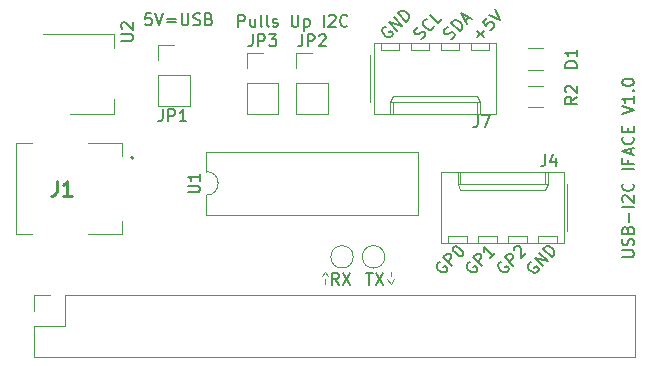
<source format=gbr>
G04 #@! TF.GenerationSoftware,KiCad,Pcbnew,5.1.2-f72e74a~84~ubuntu18.04.1*
G04 #@! TF.CreationDate,2021-05-31T02:13:38+02:00*
G04 #@! TF.ProjectId,USB_I2C_Iface,5553425f-4932-4435-9f49-666163652e6b,rev?*
G04 #@! TF.SameCoordinates,Original*
G04 #@! TF.FileFunction,Legend,Top*
G04 #@! TF.FilePolarity,Positive*
%FSLAX46Y46*%
G04 Gerber Fmt 4.6, Leading zero omitted, Abs format (unit mm)*
G04 Created by KiCad (PCBNEW 5.1.2-f72e74a~84~ubuntu18.04.1) date 2021-05-31 02:13:38*
%MOMM*%
%LPD*%
G04 APERTURE LIST*
%ADD10C,0.125000*%
%ADD11C,0.150000*%
%ADD12C,0.200000*%
%ADD13C,0.100000*%
%ADD14C,0.120000*%
%ADD15C,0.254000*%
G04 APERTURE END LIST*
D10*
X72080428Y-56761000D02*
X72080428Y-56380047D01*
X71794714Y-56141952D02*
X72080428Y-55761000D01*
X72366142Y-56141952D01*
X77652571Y-55761000D02*
X77652571Y-56141952D01*
X77938285Y-56380047D02*
X77652571Y-56761000D01*
X77366857Y-56380047D01*
D11*
X75565095Y-55840380D02*
X76136523Y-55840380D01*
X75850809Y-56840380D02*
X75850809Y-55840380D01*
X76374619Y-55840380D02*
X77041285Y-56840380D01*
X77041285Y-55840380D02*
X76374619Y-56840380D01*
X73239333Y-56840380D02*
X72906000Y-56364190D01*
X72667904Y-56840380D02*
X72667904Y-55840380D01*
X73048857Y-55840380D01*
X73144095Y-55888000D01*
X73191714Y-55935619D01*
X73239333Y-56030857D01*
X73239333Y-56173714D01*
X73191714Y-56268952D01*
X73144095Y-56316571D01*
X73048857Y-56364190D01*
X72667904Y-56364190D01*
X73572666Y-55840380D02*
X74239333Y-56840380D01*
X74239333Y-55840380D02*
X73572666Y-56840380D01*
X87025370Y-54888522D02*
X86924355Y-54922194D01*
X86823339Y-55023209D01*
X86755996Y-55157896D01*
X86755996Y-55292583D01*
X86789668Y-55393599D01*
X86890683Y-55561957D01*
X86991698Y-55662973D01*
X87160057Y-55763988D01*
X87261072Y-55797660D01*
X87395759Y-55797660D01*
X87530446Y-55730316D01*
X87597790Y-55662973D01*
X87665133Y-55528286D01*
X87665133Y-55460942D01*
X87429431Y-55225240D01*
X87294744Y-55359927D01*
X88035522Y-55225240D02*
X87328416Y-54518133D01*
X87597790Y-54248759D01*
X87698805Y-54215087D01*
X87766148Y-54215087D01*
X87867164Y-54248759D01*
X87968179Y-54349774D01*
X88001851Y-54450790D01*
X88001851Y-54518133D01*
X87968179Y-54619148D01*
X87698805Y-54888522D01*
X88069194Y-53912042D02*
X88069194Y-53844698D01*
X88102866Y-53743683D01*
X88271225Y-53575324D01*
X88372240Y-53541652D01*
X88439583Y-53541652D01*
X88540599Y-53575324D01*
X88607942Y-53642668D01*
X88675286Y-53777355D01*
X88675286Y-54585477D01*
X89113018Y-54147744D01*
X84358370Y-54888522D02*
X84257355Y-54922194D01*
X84156339Y-55023209D01*
X84088996Y-55157896D01*
X84088996Y-55292583D01*
X84122668Y-55393599D01*
X84223683Y-55561957D01*
X84324698Y-55662973D01*
X84493057Y-55763988D01*
X84594072Y-55797660D01*
X84728759Y-55797660D01*
X84863446Y-55730316D01*
X84930790Y-55662973D01*
X84998133Y-55528286D01*
X84998133Y-55460942D01*
X84762431Y-55225240D01*
X84627744Y-55359927D01*
X85368522Y-55225240D02*
X84661416Y-54518133D01*
X84930790Y-54248759D01*
X85031805Y-54215087D01*
X85099148Y-54215087D01*
X85200164Y-54248759D01*
X85301179Y-54349774D01*
X85334851Y-54450790D01*
X85334851Y-54518133D01*
X85301179Y-54619148D01*
X85031805Y-54888522D01*
X86446018Y-54147744D02*
X86041957Y-54551805D01*
X86243988Y-54349774D02*
X85536881Y-53642668D01*
X85570553Y-53811026D01*
X85570553Y-53945713D01*
X85536881Y-54046729D01*
X81818370Y-54888522D02*
X81717355Y-54922194D01*
X81616339Y-55023209D01*
X81548996Y-55157896D01*
X81548996Y-55292583D01*
X81582668Y-55393599D01*
X81683683Y-55561957D01*
X81784698Y-55662973D01*
X81953057Y-55763988D01*
X82054072Y-55797660D01*
X82188759Y-55797660D01*
X82323446Y-55730316D01*
X82390790Y-55662973D01*
X82458133Y-55528286D01*
X82458133Y-55460942D01*
X82222431Y-55225240D01*
X82087744Y-55359927D01*
X82828522Y-55225240D02*
X82121416Y-54518133D01*
X82390790Y-54248759D01*
X82491805Y-54215087D01*
X82559148Y-54215087D01*
X82660164Y-54248759D01*
X82761179Y-54349774D01*
X82794851Y-54450790D01*
X82794851Y-54518133D01*
X82761179Y-54619148D01*
X82491805Y-54888522D01*
X82963209Y-53676339D02*
X83030553Y-53608996D01*
X83131568Y-53575324D01*
X83198912Y-53575324D01*
X83299927Y-53608996D01*
X83468286Y-53710011D01*
X83636644Y-53878370D01*
X83737660Y-54046729D01*
X83771331Y-54147744D01*
X83771331Y-54215087D01*
X83737660Y-54316103D01*
X83670316Y-54383446D01*
X83569301Y-54417118D01*
X83501957Y-54417118D01*
X83400942Y-54383446D01*
X83232583Y-54282431D01*
X83064225Y-54114072D01*
X82963209Y-53945713D01*
X82929538Y-53844698D01*
X82929538Y-53777355D01*
X82963209Y-53676339D01*
X89531698Y-54922194D02*
X89430683Y-54955866D01*
X89329668Y-55056881D01*
X89262324Y-55191568D01*
X89262324Y-55326255D01*
X89295996Y-55427270D01*
X89397011Y-55595629D01*
X89498026Y-55696644D01*
X89666385Y-55797660D01*
X89767400Y-55831331D01*
X89902087Y-55831331D01*
X90036774Y-55763988D01*
X90104118Y-55696644D01*
X90171461Y-55561957D01*
X90171461Y-55494614D01*
X89935759Y-55258912D01*
X89801072Y-55393599D01*
X90541851Y-55258912D02*
X89834744Y-54551805D01*
X90945912Y-54854851D01*
X90238805Y-54147744D01*
X91282629Y-54518133D02*
X90575522Y-53811026D01*
X90743881Y-53642668D01*
X90878568Y-53575324D01*
X91013255Y-53575324D01*
X91114270Y-53608996D01*
X91282629Y-53710011D01*
X91383644Y-53811026D01*
X91484660Y-53979385D01*
X91518331Y-54080400D01*
X91518331Y-54215087D01*
X91450988Y-54349774D01*
X91282629Y-54518133D01*
X84993370Y-35884644D02*
X85532118Y-35345896D01*
X85532118Y-35884644D02*
X84993370Y-35345896D01*
X85767820Y-34234729D02*
X85431103Y-34571446D01*
X85734148Y-34941835D01*
X85734148Y-34874492D01*
X85767820Y-34773477D01*
X85936179Y-34605118D01*
X86037194Y-34571446D01*
X86104538Y-34571446D01*
X86205553Y-34605118D01*
X86373912Y-34773477D01*
X86407583Y-34874492D01*
X86407583Y-34941835D01*
X86373912Y-35042851D01*
X86205553Y-35211209D01*
X86104538Y-35244881D01*
X86037194Y-35244881D01*
X86003522Y-33999026D02*
X86946331Y-34470431D01*
X86474927Y-33527622D01*
X82739580Y-36069839D02*
X82874267Y-36002496D01*
X83042625Y-35834137D01*
X83076297Y-35733122D01*
X83076297Y-35665778D01*
X83042625Y-35564763D01*
X82975282Y-35497419D01*
X82874267Y-35463748D01*
X82806923Y-35463748D01*
X82705908Y-35497419D01*
X82537549Y-35598435D01*
X82436534Y-35632106D01*
X82369190Y-35632106D01*
X82268175Y-35598435D01*
X82200832Y-35531091D01*
X82167160Y-35430076D01*
X82167160Y-35362732D01*
X82200832Y-35261717D01*
X82369190Y-35093358D01*
X82503877Y-35026015D01*
X83480358Y-35396404D02*
X82773251Y-34689297D01*
X82941610Y-34520938D01*
X83076297Y-34453595D01*
X83210984Y-34453595D01*
X83312000Y-34487267D01*
X83480358Y-34588282D01*
X83581374Y-34689297D01*
X83682389Y-34857656D01*
X83716061Y-34958671D01*
X83716061Y-35093358D01*
X83648717Y-35228045D01*
X83480358Y-35396404D01*
X83951763Y-34520938D02*
X84288480Y-34184221D01*
X84086450Y-34790312D02*
X83615045Y-33847503D01*
X84557854Y-34318908D01*
X80216416Y-36053003D02*
X80351103Y-35985660D01*
X80519461Y-35817301D01*
X80553133Y-35716286D01*
X80553133Y-35648942D01*
X80519461Y-35547927D01*
X80452118Y-35480583D01*
X80351103Y-35446912D01*
X80283759Y-35446912D01*
X80182744Y-35480583D01*
X80014385Y-35581599D01*
X79913370Y-35615270D01*
X79846026Y-35615270D01*
X79745011Y-35581599D01*
X79677668Y-35514255D01*
X79643996Y-35413240D01*
X79643996Y-35345896D01*
X79677668Y-35244881D01*
X79846026Y-35076522D01*
X79980713Y-35009179D01*
X81293912Y-34908164D02*
X81293912Y-34975507D01*
X81226568Y-35110194D01*
X81159225Y-35177538D01*
X81024538Y-35244881D01*
X80889851Y-35244881D01*
X80788835Y-35211209D01*
X80620477Y-35110194D01*
X80519461Y-35009179D01*
X80418446Y-34840820D01*
X80384774Y-34739805D01*
X80384774Y-34605118D01*
X80452118Y-34470431D01*
X80519461Y-34403087D01*
X80654148Y-34335744D01*
X80721492Y-34335744D01*
X82001018Y-34335744D02*
X81664301Y-34672461D01*
X80957194Y-33965355D01*
X77212698Y-34983194D02*
X77111683Y-35016866D01*
X77010668Y-35117881D01*
X76943324Y-35252568D01*
X76943324Y-35387255D01*
X76976996Y-35488270D01*
X77078011Y-35656629D01*
X77179026Y-35757644D01*
X77347385Y-35858660D01*
X77448400Y-35892331D01*
X77583087Y-35892331D01*
X77717774Y-35824988D01*
X77785118Y-35757644D01*
X77852461Y-35622957D01*
X77852461Y-35555614D01*
X77616759Y-35319912D01*
X77482072Y-35454599D01*
X78222851Y-35319912D02*
X77515744Y-34612805D01*
X78626912Y-34915851D01*
X77919805Y-34208744D01*
X78963629Y-34579133D02*
X78256522Y-33872026D01*
X78424881Y-33703668D01*
X78559568Y-33636324D01*
X78694255Y-33636324D01*
X78795270Y-33669996D01*
X78963629Y-33771011D01*
X79064644Y-33872026D01*
X79165660Y-34040385D01*
X79199331Y-34141400D01*
X79199331Y-34276087D01*
X79131988Y-34410774D01*
X78963629Y-34579133D01*
X97242380Y-54513809D02*
X98051904Y-54513809D01*
X98147142Y-54466190D01*
X98194761Y-54418571D01*
X98242380Y-54323333D01*
X98242380Y-54132857D01*
X98194761Y-54037619D01*
X98147142Y-53990000D01*
X98051904Y-53942380D01*
X97242380Y-53942380D01*
X98194761Y-53513809D02*
X98242380Y-53370952D01*
X98242380Y-53132857D01*
X98194761Y-53037619D01*
X98147142Y-52990000D01*
X98051904Y-52942380D01*
X97956666Y-52942380D01*
X97861428Y-52990000D01*
X97813809Y-53037619D01*
X97766190Y-53132857D01*
X97718571Y-53323333D01*
X97670952Y-53418571D01*
X97623333Y-53466190D01*
X97528095Y-53513809D01*
X97432857Y-53513809D01*
X97337619Y-53466190D01*
X97290000Y-53418571D01*
X97242380Y-53323333D01*
X97242380Y-53085238D01*
X97290000Y-52942380D01*
X97718571Y-52180476D02*
X97766190Y-52037619D01*
X97813809Y-51990000D01*
X97909047Y-51942380D01*
X98051904Y-51942380D01*
X98147142Y-51990000D01*
X98194761Y-52037619D01*
X98242380Y-52132857D01*
X98242380Y-52513809D01*
X97242380Y-52513809D01*
X97242380Y-52180476D01*
X97290000Y-52085238D01*
X97337619Y-52037619D01*
X97432857Y-51990000D01*
X97528095Y-51990000D01*
X97623333Y-52037619D01*
X97670952Y-52085238D01*
X97718571Y-52180476D01*
X97718571Y-52513809D01*
X97861428Y-51513809D02*
X97861428Y-50751904D01*
X98242380Y-50275714D02*
X97242380Y-50275714D01*
X97337619Y-49847142D02*
X97290000Y-49799523D01*
X97242380Y-49704285D01*
X97242380Y-49466190D01*
X97290000Y-49370952D01*
X97337619Y-49323333D01*
X97432857Y-49275714D01*
X97528095Y-49275714D01*
X97670952Y-49323333D01*
X98242380Y-49894761D01*
X98242380Y-49275714D01*
X98147142Y-48275714D02*
X98194761Y-48323333D01*
X98242380Y-48466190D01*
X98242380Y-48561428D01*
X98194761Y-48704285D01*
X98099523Y-48799523D01*
X98004285Y-48847142D01*
X97813809Y-48894761D01*
X97670952Y-48894761D01*
X97480476Y-48847142D01*
X97385238Y-48799523D01*
X97290000Y-48704285D01*
X97242380Y-48561428D01*
X97242380Y-48466190D01*
X97290000Y-48323333D01*
X97337619Y-48275714D01*
X98242380Y-47085238D02*
X97242380Y-47085238D01*
X97718571Y-46275714D02*
X97718571Y-46609047D01*
X98242380Y-46609047D02*
X97242380Y-46609047D01*
X97242380Y-46132857D01*
X97956666Y-45799523D02*
X97956666Y-45323333D01*
X98242380Y-45894761D02*
X97242380Y-45561428D01*
X98242380Y-45228095D01*
X98147142Y-44323333D02*
X98194761Y-44370952D01*
X98242380Y-44513809D01*
X98242380Y-44609047D01*
X98194761Y-44751904D01*
X98099523Y-44847142D01*
X98004285Y-44894761D01*
X97813809Y-44942380D01*
X97670952Y-44942380D01*
X97480476Y-44894761D01*
X97385238Y-44847142D01*
X97290000Y-44751904D01*
X97242380Y-44609047D01*
X97242380Y-44513809D01*
X97290000Y-44370952D01*
X97337619Y-44323333D01*
X97718571Y-43894761D02*
X97718571Y-43561428D01*
X98242380Y-43418571D02*
X98242380Y-43894761D01*
X97242380Y-43894761D01*
X97242380Y-43418571D01*
X97242380Y-42370952D02*
X98242380Y-42037619D01*
X97242380Y-41704285D01*
X98242380Y-40847142D02*
X98242380Y-41418571D01*
X98242380Y-41132857D02*
X97242380Y-41132857D01*
X97385238Y-41228095D01*
X97480476Y-41323333D01*
X97528095Y-41418571D01*
X98147142Y-40418571D02*
X98194761Y-40370952D01*
X98242380Y-40418571D01*
X98194761Y-40466190D01*
X98147142Y-40418571D01*
X98242380Y-40418571D01*
X97242380Y-39751904D02*
X97242380Y-39656666D01*
X97290000Y-39561428D01*
X97337619Y-39513809D01*
X97432857Y-39466190D01*
X97623333Y-39418571D01*
X97861428Y-39418571D01*
X98051904Y-39466190D01*
X98147142Y-39513809D01*
X98194761Y-39561428D01*
X98242380Y-39656666D01*
X98242380Y-39751904D01*
X98194761Y-39847142D01*
X98147142Y-39894761D01*
X98051904Y-39942380D01*
X97861428Y-39990000D01*
X97623333Y-39990000D01*
X97432857Y-39942380D01*
X97337619Y-39894761D01*
X97290000Y-39847142D01*
X97242380Y-39751904D01*
D12*
X57380476Y-33869380D02*
X56904285Y-33869380D01*
X56856666Y-34345571D01*
X56904285Y-34297952D01*
X56999523Y-34250333D01*
X57237619Y-34250333D01*
X57332857Y-34297952D01*
X57380476Y-34345571D01*
X57428095Y-34440809D01*
X57428095Y-34678904D01*
X57380476Y-34774142D01*
X57332857Y-34821761D01*
X57237619Y-34869380D01*
X56999523Y-34869380D01*
X56904285Y-34821761D01*
X56856666Y-34774142D01*
X57713809Y-33869380D02*
X58047142Y-34869380D01*
X58380476Y-33869380D01*
X58713809Y-34345571D02*
X59475714Y-34345571D01*
X59475714Y-34631285D02*
X58713809Y-34631285D01*
X59951904Y-33869380D02*
X59951904Y-34678904D01*
X59999523Y-34774142D01*
X60047142Y-34821761D01*
X60142380Y-34869380D01*
X60332857Y-34869380D01*
X60428095Y-34821761D01*
X60475714Y-34774142D01*
X60523333Y-34678904D01*
X60523333Y-33869380D01*
X60951904Y-34821761D02*
X61094761Y-34869380D01*
X61332857Y-34869380D01*
X61428095Y-34821761D01*
X61475714Y-34774142D01*
X61523333Y-34678904D01*
X61523333Y-34583666D01*
X61475714Y-34488428D01*
X61428095Y-34440809D01*
X61332857Y-34393190D01*
X61142380Y-34345571D01*
X61047142Y-34297952D01*
X60999523Y-34250333D01*
X60951904Y-34155095D01*
X60951904Y-34059857D01*
X60999523Y-33964619D01*
X61047142Y-33917000D01*
X61142380Y-33869380D01*
X61380476Y-33869380D01*
X61523333Y-33917000D01*
X62285238Y-34345571D02*
X62428095Y-34393190D01*
X62475714Y-34440809D01*
X62523333Y-34536047D01*
X62523333Y-34678904D01*
X62475714Y-34774142D01*
X62428095Y-34821761D01*
X62332857Y-34869380D01*
X61951904Y-34869380D01*
X61951904Y-33869380D01*
X62285238Y-33869380D01*
X62380476Y-33917000D01*
X62428095Y-33964619D01*
X62475714Y-34059857D01*
X62475714Y-34155095D01*
X62428095Y-34250333D01*
X62380476Y-34297952D01*
X62285238Y-34345571D01*
X61951904Y-34345571D01*
X64746761Y-34996380D02*
X64746761Y-33996380D01*
X65127714Y-33996380D01*
X65222952Y-34044000D01*
X65270571Y-34091619D01*
X65318190Y-34186857D01*
X65318190Y-34329714D01*
X65270571Y-34424952D01*
X65222952Y-34472571D01*
X65127714Y-34520190D01*
X64746761Y-34520190D01*
X66175333Y-34329714D02*
X66175333Y-34996380D01*
X65746761Y-34329714D02*
X65746761Y-34853523D01*
X65794380Y-34948761D01*
X65889619Y-34996380D01*
X66032476Y-34996380D01*
X66127714Y-34948761D01*
X66175333Y-34901142D01*
X66794380Y-34996380D02*
X66699142Y-34948761D01*
X66651523Y-34853523D01*
X66651523Y-33996380D01*
X67318190Y-34996380D02*
X67222952Y-34948761D01*
X67175333Y-34853523D01*
X67175333Y-33996380D01*
X67651523Y-34948761D02*
X67746761Y-34996380D01*
X67937238Y-34996380D01*
X68032476Y-34948761D01*
X68080095Y-34853523D01*
X68080095Y-34805904D01*
X68032476Y-34710666D01*
X67937238Y-34663047D01*
X67794380Y-34663047D01*
X67699142Y-34615428D01*
X67651523Y-34520190D01*
X67651523Y-34472571D01*
X67699142Y-34377333D01*
X67794380Y-34329714D01*
X67937238Y-34329714D01*
X68032476Y-34377333D01*
X69270571Y-33996380D02*
X69270571Y-34805904D01*
X69318190Y-34901142D01*
X69365809Y-34948761D01*
X69461047Y-34996380D01*
X69651523Y-34996380D01*
X69746761Y-34948761D01*
X69794380Y-34901142D01*
X69842000Y-34805904D01*
X69842000Y-33996380D01*
X70318190Y-34329714D02*
X70318190Y-35329714D01*
X70318190Y-34377333D02*
X70413428Y-34329714D01*
X70603904Y-34329714D01*
X70699142Y-34377333D01*
X70746761Y-34424952D01*
X70794380Y-34520190D01*
X70794380Y-34805904D01*
X70746761Y-34901142D01*
X70699142Y-34948761D01*
X70603904Y-34996380D01*
X70413428Y-34996380D01*
X70318190Y-34948761D01*
X71984857Y-34996380D02*
X71984857Y-33996380D01*
X72413428Y-34091619D02*
X72461047Y-34044000D01*
X72556285Y-33996380D01*
X72794380Y-33996380D01*
X72889619Y-34044000D01*
X72937238Y-34091619D01*
X72984857Y-34186857D01*
X72984857Y-34282095D01*
X72937238Y-34424952D01*
X72365809Y-34996380D01*
X72984857Y-34996380D01*
X73984857Y-34901142D02*
X73937238Y-34948761D01*
X73794380Y-34996380D01*
X73699142Y-34996380D01*
X73556285Y-34948761D01*
X73461047Y-34853523D01*
X73413428Y-34758285D01*
X73365809Y-34567809D01*
X73365809Y-34424952D01*
X73413428Y-34234476D01*
X73461047Y-34139238D01*
X73556285Y-34044000D01*
X73699142Y-33996380D01*
X73794380Y-33996380D01*
X73937238Y-34044000D01*
X73984857Y-34091619D01*
X55853000Y-46101000D02*
G75*
G02X55653000Y-46101000I-100000J0D01*
G01*
X55653000Y-46101000D02*
G75*
G02X55853000Y-46101000I100000J0D01*
G01*
D13*
X54937000Y-52567000D02*
X54937000Y-51467000D01*
X54937000Y-52567000D02*
X54937000Y-52567000D01*
X54937000Y-51467000D02*
X54937000Y-52567000D01*
X54937000Y-51467000D02*
X54937000Y-51467000D01*
X54937000Y-45967000D02*
X54937000Y-44867000D01*
X54937000Y-45967000D02*
X54937000Y-45967000D01*
X54937000Y-44867000D02*
X54937000Y-45967000D01*
X54937000Y-44867000D02*
X54937000Y-44867000D01*
X45937000Y-44867000D02*
X45937000Y-52567000D01*
X45937000Y-44867000D02*
X45937000Y-44867000D01*
X45937000Y-52567000D02*
X45937000Y-44867000D01*
X45937000Y-52567000D02*
X45937000Y-52567000D01*
X54937000Y-52567000D02*
X54937000Y-52567000D01*
X52037000Y-52567000D02*
X54937000Y-52567000D01*
X52037000Y-52567000D02*
X52037000Y-52567000D01*
X54937000Y-52567000D02*
X52037000Y-52567000D01*
X52037000Y-44867000D02*
X52037000Y-44867000D01*
X54937000Y-44867000D02*
X52037000Y-44867000D01*
X54937000Y-44867000D02*
X54937000Y-44867000D01*
X52037000Y-44867000D02*
X54937000Y-44867000D01*
X45937000Y-44867000D02*
X45937000Y-44867000D01*
X47287000Y-44867000D02*
X45937000Y-44867000D01*
X47287000Y-44867000D02*
X47287000Y-44867000D01*
X45937000Y-44867000D02*
X47287000Y-44867000D01*
X47287000Y-52567000D02*
X47287000Y-52567000D01*
X45937000Y-52567000D02*
X47287000Y-52567000D01*
X45937000Y-52567000D02*
X45937000Y-52567000D01*
X47287000Y-52567000D02*
X45937000Y-52567000D01*
D14*
X89313936Y-36809000D02*
X90518064Y-36809000D01*
X89313936Y-38629000D02*
X90518064Y-38629000D01*
X74483000Y-54483000D02*
G75*
G03X74483000Y-54483000I-950000J0D01*
G01*
X77150000Y-54483000D02*
G75*
G03X77150000Y-54483000I-950000J0D01*
G01*
X82512000Y-52722000D02*
X82512000Y-53322000D01*
X84112000Y-52722000D02*
X82512000Y-52722000D01*
X84112000Y-53322000D02*
X84112000Y-52722000D01*
X85052000Y-52722000D02*
X85052000Y-53322000D01*
X86652000Y-52722000D02*
X85052000Y-52722000D01*
X86652000Y-53322000D02*
X86652000Y-52722000D01*
X87592000Y-52722000D02*
X87592000Y-53322000D01*
X89192000Y-52722000D02*
X87592000Y-52722000D01*
X89192000Y-53322000D02*
X89192000Y-52722000D01*
X90132000Y-52722000D02*
X90132000Y-53322000D01*
X91732000Y-52722000D02*
X90132000Y-52722000D01*
X91732000Y-53322000D02*
X91732000Y-52722000D01*
X83562000Y-47302000D02*
X83562000Y-48302000D01*
X90682000Y-47302000D02*
X90682000Y-48302000D01*
X83562000Y-48832000D02*
X83312000Y-48302000D01*
X90682000Y-48832000D02*
X83562000Y-48832000D01*
X90932000Y-48302000D02*
X90682000Y-48832000D01*
X83312000Y-48302000D02*
X83312000Y-47302000D01*
X90932000Y-48302000D02*
X83312000Y-48302000D01*
X90932000Y-47302000D02*
X90932000Y-48302000D01*
X92602000Y-52292000D02*
X92602000Y-48292000D01*
X81932000Y-53322000D02*
X92312000Y-53322000D01*
X81932000Y-47302000D02*
X81932000Y-53322000D01*
X92312000Y-47302000D02*
X81932000Y-47302000D01*
X92312000Y-53322000D02*
X92312000Y-47302000D01*
X76217000Y-36340000D02*
X76217000Y-42360000D01*
X76217000Y-42360000D02*
X86597000Y-42360000D01*
X86597000Y-42360000D02*
X86597000Y-36340000D01*
X86597000Y-36340000D02*
X76217000Y-36340000D01*
X75927000Y-37370000D02*
X75927000Y-41370000D01*
X77597000Y-42360000D02*
X77597000Y-41360000D01*
X77597000Y-41360000D02*
X85217000Y-41360000D01*
X85217000Y-41360000D02*
X85217000Y-42360000D01*
X77597000Y-41360000D02*
X77847000Y-40830000D01*
X77847000Y-40830000D02*
X84967000Y-40830000D01*
X84967000Y-40830000D02*
X85217000Y-41360000D01*
X77847000Y-42360000D02*
X77847000Y-41360000D01*
X84967000Y-42360000D02*
X84967000Y-41360000D01*
X76797000Y-36340000D02*
X76797000Y-36940000D01*
X76797000Y-36940000D02*
X78397000Y-36940000D01*
X78397000Y-36940000D02*
X78397000Y-36340000D01*
X79337000Y-36340000D02*
X79337000Y-36940000D01*
X79337000Y-36940000D02*
X80937000Y-36940000D01*
X80937000Y-36940000D02*
X80937000Y-36340000D01*
X81877000Y-36340000D02*
X81877000Y-36940000D01*
X81877000Y-36940000D02*
X83477000Y-36940000D01*
X83477000Y-36940000D02*
X83477000Y-36340000D01*
X84417000Y-36340000D02*
X84417000Y-36940000D01*
X84417000Y-36940000D02*
X86017000Y-36940000D01*
X86017000Y-36940000D02*
X86017000Y-36340000D01*
X47438000Y-62925000D02*
X47438000Y-60325000D01*
X47438000Y-62925000D02*
X98358000Y-62925000D01*
X98358000Y-62925000D02*
X98358000Y-57725000D01*
X50038000Y-57725000D02*
X98358000Y-57725000D01*
X50038000Y-60325000D02*
X50038000Y-57725000D01*
X47438000Y-60325000D02*
X50038000Y-60325000D01*
X47438000Y-57725000D02*
X48768000Y-57725000D01*
X47438000Y-59055000D02*
X47438000Y-57725000D01*
X57979000Y-41716000D02*
X60639000Y-41716000D01*
X57979000Y-39116000D02*
X57979000Y-41716000D01*
X60639000Y-39116000D02*
X60639000Y-41716000D01*
X57979000Y-39116000D02*
X60639000Y-39116000D01*
X57979000Y-37846000D02*
X57979000Y-36516000D01*
X57979000Y-36516000D02*
X59309000Y-36516000D01*
X89313936Y-41804000D02*
X90518064Y-41804000D01*
X89313936Y-39984000D02*
X90518064Y-39984000D01*
X62043000Y-47260000D02*
G75*
G02X62043000Y-49260000I0J-1000000D01*
G01*
X62043000Y-49260000D02*
X62043000Y-50910000D01*
X62043000Y-50910000D02*
X79943000Y-50910000D01*
X79943000Y-50910000D02*
X79943000Y-45610000D01*
X79943000Y-45610000D02*
X62043000Y-45610000D01*
X62043000Y-45610000D02*
X62043000Y-47260000D01*
X54234000Y-42399000D02*
X54234000Y-41139000D01*
X54234000Y-35579000D02*
X54234000Y-36839000D01*
X50474000Y-42399000D02*
X54234000Y-42399000D01*
X48224000Y-35579000D02*
X54234000Y-35579000D01*
X69663000Y-37198001D02*
X70993000Y-37198001D01*
X69663000Y-38528001D02*
X69663000Y-37198001D01*
X69663000Y-39798001D02*
X72323000Y-39798001D01*
X72323000Y-39798001D02*
X72323000Y-42398001D01*
X69663000Y-39798001D02*
X69663000Y-42398001D01*
X69663000Y-42398001D02*
X72323000Y-42398001D01*
X65470001Y-42398001D02*
X68130001Y-42398001D01*
X65470001Y-39798001D02*
X65470001Y-42398001D01*
X68130001Y-39798001D02*
X68130001Y-42398001D01*
X65470001Y-39798001D02*
X68130001Y-39798001D01*
X65470001Y-38528001D02*
X65470001Y-37198001D01*
X65470001Y-37198001D02*
X66800001Y-37198001D01*
D15*
X49360666Y-48021523D02*
X49360666Y-48928666D01*
X49300190Y-49110095D01*
X49179238Y-49231047D01*
X48997809Y-49291523D01*
X48876857Y-49291523D01*
X50630666Y-49291523D02*
X49904952Y-49291523D01*
X50267809Y-49291523D02*
X50267809Y-48021523D01*
X50146857Y-48202952D01*
X50025904Y-48323904D01*
X49904952Y-48384380D01*
D11*
X93416380Y-38457095D02*
X92416380Y-38457095D01*
X92416380Y-38219000D01*
X92464000Y-38076142D01*
X92559238Y-37980904D01*
X92654476Y-37933285D01*
X92844952Y-37885666D01*
X92987809Y-37885666D01*
X93178285Y-37933285D01*
X93273523Y-37980904D01*
X93368761Y-38076142D01*
X93416380Y-38219000D01*
X93416380Y-38457095D01*
X93416380Y-36933285D02*
X93416380Y-37504714D01*
X93416380Y-37219000D02*
X92416380Y-37219000D01*
X92559238Y-37314238D01*
X92654476Y-37409476D01*
X92702095Y-37504714D01*
X90725666Y-45807380D02*
X90725666Y-46521666D01*
X90678047Y-46664523D01*
X90582809Y-46759761D01*
X90439952Y-46807380D01*
X90344714Y-46807380D01*
X91630428Y-46140714D02*
X91630428Y-46807380D01*
X91392333Y-45759761D02*
X91154238Y-46474047D01*
X91773285Y-46474047D01*
X85010666Y-42505380D02*
X85010666Y-43219666D01*
X84963047Y-43362523D01*
X84867809Y-43457761D01*
X84724952Y-43505380D01*
X84629714Y-43505380D01*
X85391619Y-42505380D02*
X86058285Y-42505380D01*
X85629714Y-43505380D01*
X58348666Y-41997380D02*
X58348666Y-42711666D01*
X58301047Y-42854523D01*
X58205809Y-42949761D01*
X58062952Y-42997380D01*
X57967714Y-42997380D01*
X58824857Y-42997380D02*
X58824857Y-41997380D01*
X59205809Y-41997380D01*
X59301047Y-42045000D01*
X59348666Y-42092619D01*
X59396285Y-42187857D01*
X59396285Y-42330714D01*
X59348666Y-42425952D01*
X59301047Y-42473571D01*
X59205809Y-42521190D01*
X58824857Y-42521190D01*
X60348666Y-42997380D02*
X59777238Y-42997380D01*
X60062952Y-42997380D02*
X60062952Y-41997380D01*
X59967714Y-42140238D01*
X59872476Y-42235476D01*
X59777238Y-42283095D01*
X93416380Y-40933666D02*
X92940190Y-41267000D01*
X93416380Y-41505095D02*
X92416380Y-41505095D01*
X92416380Y-41124142D01*
X92464000Y-41028904D01*
X92511619Y-40981285D01*
X92606857Y-40933666D01*
X92749714Y-40933666D01*
X92844952Y-40981285D01*
X92892571Y-41028904D01*
X92940190Y-41124142D01*
X92940190Y-41505095D01*
X92511619Y-40552714D02*
X92464000Y-40505095D01*
X92416380Y-40409857D01*
X92416380Y-40171761D01*
X92464000Y-40076523D01*
X92511619Y-40028904D01*
X92606857Y-39981285D01*
X92702095Y-39981285D01*
X92844952Y-40028904D01*
X93416380Y-40600333D01*
X93416380Y-39981285D01*
X60495380Y-49021904D02*
X61304904Y-49021904D01*
X61400142Y-48974285D01*
X61447761Y-48926666D01*
X61495380Y-48831428D01*
X61495380Y-48640952D01*
X61447761Y-48545714D01*
X61400142Y-48498095D01*
X61304904Y-48450476D01*
X60495380Y-48450476D01*
X61495380Y-47450476D02*
X61495380Y-48021904D01*
X61495380Y-47736190D02*
X60495380Y-47736190D01*
X60638238Y-47831428D01*
X60733476Y-47926666D01*
X60781095Y-48021904D01*
X54824380Y-36194904D02*
X55633904Y-36194904D01*
X55729142Y-36147285D01*
X55776761Y-36099666D01*
X55824380Y-36004428D01*
X55824380Y-35813952D01*
X55776761Y-35718714D01*
X55729142Y-35671095D01*
X55633904Y-35623476D01*
X54824380Y-35623476D01*
X54919619Y-35194904D02*
X54872000Y-35147285D01*
X54824380Y-35052047D01*
X54824380Y-34813952D01*
X54872000Y-34718714D01*
X54919619Y-34671095D01*
X55014857Y-34623476D01*
X55110095Y-34623476D01*
X55252952Y-34671095D01*
X55824380Y-35242523D01*
X55824380Y-34623476D01*
X70159666Y-35650381D02*
X70159666Y-36364667D01*
X70112047Y-36507524D01*
X70016809Y-36602762D01*
X69873952Y-36650381D01*
X69778714Y-36650381D01*
X70635857Y-36650381D02*
X70635857Y-35650381D01*
X71016809Y-35650381D01*
X71112047Y-35698001D01*
X71159666Y-35745620D01*
X71207285Y-35840858D01*
X71207285Y-35983715D01*
X71159666Y-36078953D01*
X71112047Y-36126572D01*
X71016809Y-36174191D01*
X70635857Y-36174191D01*
X71588238Y-35745620D02*
X71635857Y-35698001D01*
X71731095Y-35650381D01*
X71969190Y-35650381D01*
X72064428Y-35698001D01*
X72112047Y-35745620D01*
X72159666Y-35840858D01*
X72159666Y-35936096D01*
X72112047Y-36078953D01*
X71540619Y-36650381D01*
X72159666Y-36650381D01*
X65966667Y-35650381D02*
X65966667Y-36364667D01*
X65919048Y-36507524D01*
X65823810Y-36602762D01*
X65680953Y-36650381D01*
X65585715Y-36650381D01*
X66442858Y-36650381D02*
X66442858Y-35650381D01*
X66823810Y-35650381D01*
X66919048Y-35698001D01*
X66966667Y-35745620D01*
X67014286Y-35840858D01*
X67014286Y-35983715D01*
X66966667Y-36078953D01*
X66919048Y-36126572D01*
X66823810Y-36174191D01*
X66442858Y-36174191D01*
X67347620Y-35650381D02*
X67966667Y-35650381D01*
X67633334Y-36031334D01*
X67776191Y-36031334D01*
X67871429Y-36078953D01*
X67919048Y-36126572D01*
X67966667Y-36221810D01*
X67966667Y-36459905D01*
X67919048Y-36555143D01*
X67871429Y-36602762D01*
X67776191Y-36650381D01*
X67490477Y-36650381D01*
X67395239Y-36602762D01*
X67347620Y-36555143D01*
M02*

</source>
